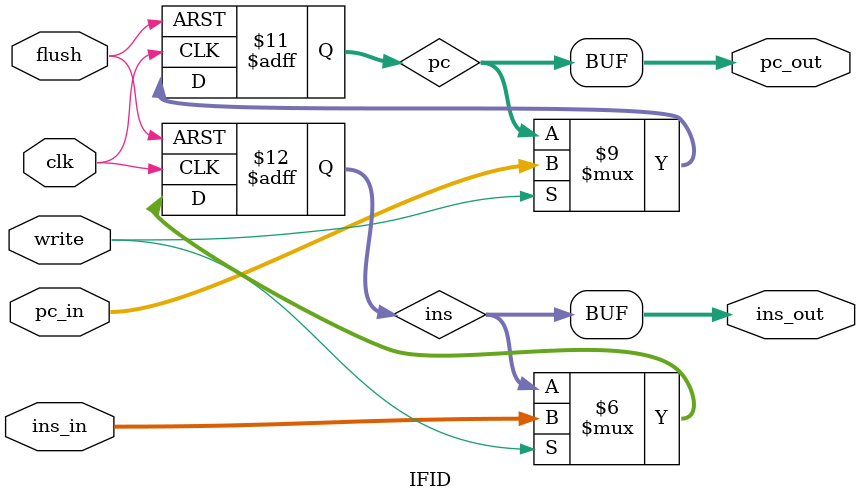
<source format=v>
`timescale 1ns / 1ps
module IFID(clk,ins_in,write,pc_in,pc_out,ins_out,flush);
input clk,write,flush;
input [31:0] pc_in;
input [31:0] ins_in;
output [31:0] ins_out;
output [31:0] pc_out;
reg [31:0] pc;
reg [31:0] ins;

initial begin
	pc=0;
	ins=0;
end

always @(posedge clk or posedge flush) begin
	if (flush==1) begin
		pc=0;
		ins=0;
	end
	else if (write==1) begin
		pc=pc_in;
		ins=ins_in;
	end
end



assign pc_out=pc;
assign ins_out=ins;
	


endmodule

</source>
